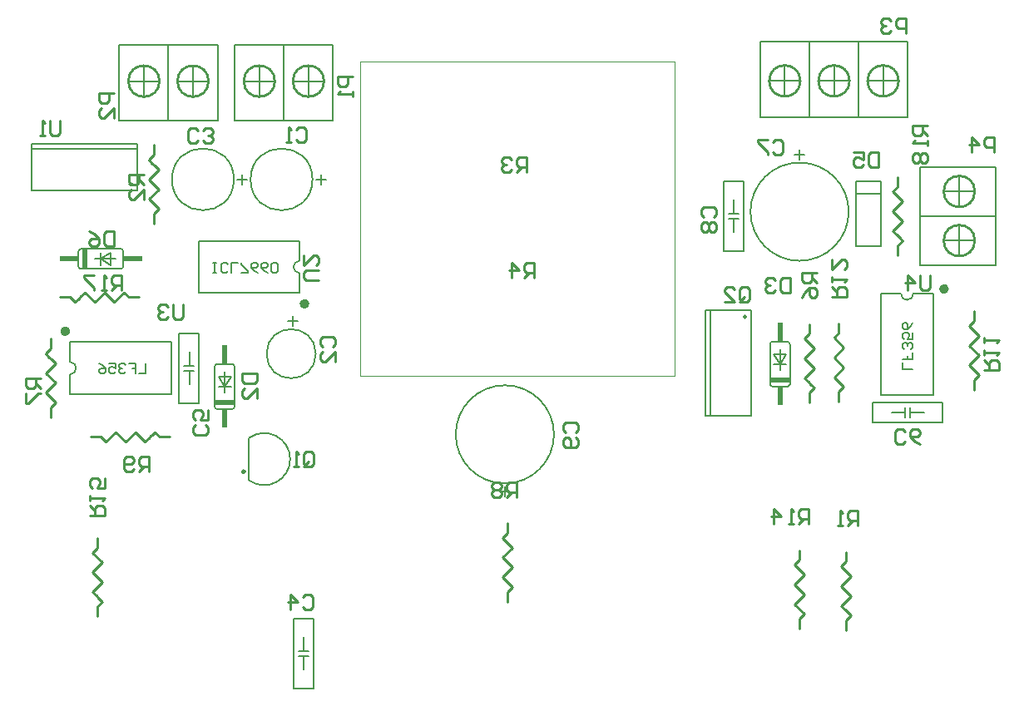
<source format=gbo>
G04*
G04 #@! TF.GenerationSoftware,Altium Limited,Altium Designer,18.0.7 (293)*
G04*
G04 Layer_Color=32896*
%FSLAX43Y43*%
%MOMM*%
G71*
G01*
G75*
%ADD10C,0.203*%
%ADD11C,0.254*%
%ADD12C,0.200*%
%ADD62C,0.250*%
%ADD63C,0.152*%
%ADD64C,0.600*%
%ADD65C,0.100*%
G36*
X12071Y46396D02*
X10166D01*
Y46904D01*
X12071D01*
Y46396D01*
D02*
G37*
G36*
X5594D02*
X3689D01*
Y46904D01*
X5594D01*
Y46396D01*
D02*
G37*
G36*
X6483Y45634D02*
X5975D01*
Y47666D01*
X6483D01*
Y45634D01*
D02*
G37*
G36*
X77254Y38234D02*
X76746D01*
Y40139D01*
X77254D01*
Y38234D01*
D02*
G37*
G36*
X20732Y35944D02*
X20224D01*
Y37849D01*
X20732D01*
Y35944D01*
D02*
G37*
G36*
X78016Y34043D02*
X75984D01*
Y34551D01*
X78016D01*
Y34043D01*
D02*
G37*
G36*
X77254Y31757D02*
X76746D01*
Y33662D01*
X77254D01*
Y31757D01*
D02*
G37*
G36*
X21494Y31753D02*
X19462D01*
Y32261D01*
X21494D01*
Y31753D01*
D02*
G37*
G36*
X20732Y29467D02*
X20224D01*
Y31372D01*
X20732D01*
Y29467D01*
D02*
G37*
D10*
X29750Y37000D02*
G03*
X29750Y37000I-2500J0D01*
G01*
X29420Y54750D02*
G03*
X29420Y54750I-3150J0D01*
G01*
X84000Y51460D02*
G03*
X84000Y51460I-5000J0D01*
G01*
X21420Y54750D02*
G03*
X21420Y54750I-3150J0D01*
G01*
X54000Y28790D02*
G03*
X54000Y28790I-5000J0D01*
G01*
X89305Y43118D02*
G03*
X90575Y43118I635J0D01*
G01*
X28130Y46473D02*
G03*
X28130Y45203I0J-635D01*
G01*
X4727Y34893D02*
G03*
X4727Y36163I0J635D01*
G01*
X72250Y49349D02*
Y50746D01*
X71742D02*
X72758D01*
X71742Y51254D02*
X72758D01*
X72250D02*
Y52651D01*
X71234Y47444D02*
X73266D01*
Y54556D01*
X71234D02*
X73266D01*
X71234Y47444D02*
Y54556D01*
X90254Y31028D02*
X91651D01*
X90254Y30520D02*
Y31536D01*
X89746Y30520D02*
Y31536D01*
X88349Y31028D02*
X89746D01*
X93556Y30012D02*
Y32044D01*
X86444D02*
X93556D01*
X86444Y30012D02*
Y32044D01*
Y30012D02*
X93556D01*
X87290Y43118D02*
X89305D01*
X87290Y32818D02*
Y43118D01*
Y32818D02*
X92590D01*
X90575Y43118D02*
X92590D01*
Y32818D02*
Y43118D01*
X17830Y43188D02*
X28130D01*
Y45203D01*
X17830Y43188D02*
Y48488D01*
X28130D01*
Y46473D02*
Y48488D01*
X16878Y33877D02*
Y35274D01*
X16369D02*
X17385D01*
X16369Y35782D02*
X17385D01*
X16878D02*
Y37179D01*
X15861Y31972D02*
X17893D01*
Y39084D01*
X15861D02*
X17893D01*
X15861Y31972D02*
Y39084D01*
X4727Y32878D02*
Y34893D01*
Y32878D02*
X15027D01*
Y38178D01*
X4727Y36163D02*
Y38178D01*
X15027D01*
X28500Y6754D02*
Y8151D01*
X27992Y6754D02*
X29008D01*
X27992Y6246D02*
X29008D01*
X28500Y4849D02*
Y6246D01*
X27484Y10056D02*
X29516D01*
X27484Y2944D02*
Y10056D01*
Y2944D02*
X29516D01*
Y10056D01*
X27388Y40800D02*
Y39784D01*
X26880Y40292D02*
X27896D01*
X30770Y54712D02*
X29754D01*
X30262Y55220D02*
Y54204D01*
X79000Y57810D02*
Y56794D01*
X78492Y57302D02*
X79508D01*
X22770Y54712D02*
X21754D01*
X22262Y55220D02*
Y54204D01*
X49000Y22440D02*
Y23456D01*
X49508Y22948D02*
X48492D01*
X90456Y35393D02*
X89440D01*
Y36070D01*
X90456Y37086D02*
Y36409D01*
X89948D01*
Y36747D01*
Y36409D01*
X89440D01*
X90286Y37424D02*
X90456Y37594D01*
Y37932D01*
X90286Y38101D01*
X90117D01*
X89948Y37932D01*
Y37763D01*
Y37932D01*
X89779Y38101D01*
X89609D01*
X89440Y37932D01*
Y37594D01*
X89609Y37424D01*
X90456Y39117D02*
Y38440D01*
X89948D01*
X90117Y38778D01*
Y38948D01*
X89948Y39117D01*
X89609D01*
X89440Y38948D01*
Y38609D01*
X89609Y38440D01*
X90456Y40133D02*
X90286Y39794D01*
X89948Y39456D01*
X89609D01*
X89440Y39625D01*
Y39963D01*
X89609Y40133D01*
X89779D01*
X89948Y39963D01*
Y39456D01*
X19280Y45272D02*
X19618D01*
X19449D01*
Y46288D01*
X19280D01*
X19618D01*
X20803Y45442D02*
X20634Y45272D01*
X20296D01*
X20126Y45442D01*
Y46119D01*
X20296Y46288D01*
X20634D01*
X20803Y46119D01*
X21142Y45272D02*
Y46288D01*
X21819D01*
X22158Y45272D02*
X22835D01*
Y45442D01*
X22158Y46119D01*
Y46288D01*
X23850Y45272D02*
X23512Y45442D01*
X23173Y45780D01*
Y46119D01*
X23343Y46288D01*
X23681D01*
X23850Y46119D01*
Y45949D01*
X23681Y45780D01*
X23173D01*
X24866Y45272D02*
X24528Y45442D01*
X24189Y45780D01*
Y46119D01*
X24358Y46288D01*
X24697D01*
X24866Y46119D01*
Y45949D01*
X24697Y45780D01*
X24189D01*
X25205Y45442D02*
X25374Y45272D01*
X25713D01*
X25882Y45442D01*
Y46119D01*
X25713Y46288D01*
X25374D01*
X25205Y46119D01*
Y45442D01*
X12453Y36044D02*
Y35028D01*
X11775D01*
X10760Y36044D02*
X11437D01*
Y35536D01*
X11098D01*
X11437D01*
Y35028D01*
X10421Y35874D02*
X10252Y36044D01*
X9913D01*
X9744Y35874D01*
Y35705D01*
X9913Y35536D01*
X10083D01*
X9913D01*
X9744Y35367D01*
Y35197D01*
X9913Y35028D01*
X10252D01*
X10421Y35197D01*
X8728Y36044D02*
X9405D01*
Y35536D01*
X9067Y35705D01*
X8898D01*
X8728Y35536D01*
Y35197D01*
X8898Y35028D01*
X9236D01*
X9405Y35197D01*
X7713Y36044D02*
X8051Y35874D01*
X8390Y35536D01*
Y35197D01*
X8221Y35028D01*
X7882D01*
X7713Y35197D01*
Y35367D01*
X7882Y35536D01*
X8390D01*
D11*
X18841Y64750D02*
G03*
X18841Y64750I-1581J0D01*
G01*
X13841D02*
G03*
X13841Y64750I-1581J0D01*
G01*
X30591D02*
G03*
X30591Y64750I-1581J0D01*
G01*
X25591D02*
G03*
X25591Y64750I-1581J0D01*
G01*
X22564Y25000D02*
G03*
X22564Y25000I-164J0D01*
G01*
X79072Y64778D02*
G03*
X79072Y64778I-1581J0D01*
G01*
X84081D02*
G03*
X84081Y64778I-1581J0D01*
G01*
X89081D02*
G03*
X89081Y64778I-1581J0D01*
G01*
X96831Y53519D02*
G03*
X96831Y53519I-1581J0D01*
G01*
Y48519D02*
G03*
X96831Y48519I-1581J0D01*
G01*
X13250Y57250D02*
Y58250D01*
X12750Y56750D02*
X13250Y57250D01*
X13750Y55750D02*
Y55750D01*
X12750Y54750D02*
X13750Y55750D01*
X12750Y54750D02*
X13750Y53750D01*
Y53750D02*
Y53750D01*
X12750Y52750D02*
X13750Y53750D01*
X12750Y52750D02*
Y52750D01*
Y52750D02*
X13750Y51750D01*
X13250Y51250D02*
X13750Y51750D01*
X13250Y50250D02*
Y51250D01*
X12750Y56750D02*
X13050Y56450D01*
X13150Y56350D01*
X13350Y56150D02*
X13750Y55750D01*
X13350Y56150D02*
Y56150D01*
X13150Y56350D02*
X13350Y56150D01*
X89000Y47000D02*
Y48000D01*
X89500Y48500D01*
X88500Y49500D02*
Y49500D01*
X89500Y50500D01*
X88500Y51500D02*
X89500Y50500D01*
X88500Y51500D02*
Y51500D01*
X89500Y52500D01*
Y52500D01*
X88500Y53500D02*
X89500Y52500D01*
X88500Y53500D02*
X89000Y54000D01*
Y55000D01*
X89200Y48800D02*
X89500Y48500D01*
X89100Y48900D02*
X89200Y48800D01*
X88500Y49500D02*
X88900Y49100D01*
Y49100D02*
Y49100D01*
Y49100D02*
X89100Y48900D01*
X13878Y28528D02*
X14878D01*
X13378Y29028D02*
X13878Y28528D01*
X12377Y28028D02*
X12378D01*
X11378Y29028D02*
X12377Y28028D01*
X10378D02*
X11378Y29028D01*
X10378Y28028D02*
X10378D01*
X9378Y29028D02*
X10378Y28028D01*
X9377Y29028D02*
X9378D01*
X8378Y28028D02*
X9377Y29028D01*
X7878Y28528D02*
X8378Y28028D01*
X6878Y28528D02*
X7878D01*
X13078Y28728D02*
X13378Y29028D01*
X12978Y28628D02*
X13078Y28728D01*
X12378Y28028D02*
X12778Y28428D01*
X12778D01*
X12978Y28628D01*
X80000Y32028D02*
Y33028D01*
X80500Y33528D01*
X79500Y34528D02*
Y34528D01*
X80500Y35528D01*
X79500Y36528D02*
X80500Y35528D01*
X79500Y36528D02*
Y36528D01*
X80500Y37528D01*
Y37528D01*
X79500Y38528D02*
X80500Y37528D01*
X79500Y38528D02*
X80000Y39028D01*
Y40028D01*
X80200Y33828D02*
X80500Y33528D01*
X80100Y33928D02*
X80200Y33828D01*
X79500Y34528D02*
X79900Y34128D01*
Y34128D02*
Y34128D01*
Y34128D02*
X80100Y33928D01*
X83000Y32108D02*
Y33108D01*
X83500Y33608D01*
X82500Y34608D02*
Y34608D01*
X83500Y35608D01*
X82500Y36608D02*
X83500Y35608D01*
X82500Y36608D02*
Y36608D01*
X83500Y37608D01*
Y37608D01*
X82500Y38608D02*
X83500Y37608D01*
X82500Y38608D02*
X83000Y39108D01*
Y40108D01*
X83200Y33908D02*
X83500Y33608D01*
X83100Y34008D02*
X83200Y33908D01*
X82500Y34608D02*
X82900Y34208D01*
Y34208D02*
Y34208D01*
Y34208D02*
X83100Y34008D01*
X96650Y35430D02*
X96850Y35230D01*
X96650Y35430D02*
Y35430D01*
X96250Y35830D02*
X96650Y35430D01*
X96850Y35230D02*
X96950Y35130D01*
X97250Y34830D01*
X96750Y40330D02*
Y41330D01*
X96250Y39830D02*
X96750Y40330D01*
X96250Y39830D02*
X97250Y38830D01*
Y38830D02*
Y38830D01*
X96250Y37830D02*
X97250Y38830D01*
X96250Y37830D02*
Y37830D01*
Y37830D02*
X97250Y36830D01*
X96250Y35830D02*
X97250Y36830D01*
X96250Y35830D02*
Y35830D01*
X96750Y34330D02*
X97250Y34830D01*
X96750Y33330D02*
Y34330D01*
X2650Y36628D02*
X2850Y36428D01*
Y36428D02*
Y36428D01*
Y36428D02*
X3250Y36028D01*
X2550Y36728D02*
X2650Y36628D01*
X2250Y37028D02*
X2550Y36728D01*
X2750Y30528D02*
Y31528D01*
X3250Y32028D01*
X2250Y33028D02*
X3250Y32028D01*
X2250Y33028D02*
Y33028D01*
X3250Y34028D01*
Y34028D01*
X2250Y35028D02*
X3250Y34028D01*
X2250Y35028D02*
X3250Y36028D01*
Y36028D01*
X2250Y37028D02*
X2750Y37528D01*
Y38528D01*
X5650Y42650D02*
X5850Y42850D01*
X5850D01*
X6250Y43250D01*
X5550Y42550D02*
X5650Y42650D01*
X5250Y42250D02*
X5550Y42550D01*
X10750Y42750D02*
X11750D01*
X10250Y43250D02*
X10750Y42750D01*
X9250Y42250D02*
X10250Y43250D01*
X9250Y42250D02*
X9250D01*
X8250Y43250D02*
X9250Y42250D01*
X8250Y43250D02*
X8250D01*
X7250Y42250D02*
X8250Y43250D01*
X6250D02*
X7250Y42250D01*
X6250Y43250D02*
X6250D01*
X4750Y42750D02*
X5250Y42250D01*
X3750Y42750D02*
X4750D01*
X49150Y17850D02*
X49350Y17650D01*
Y17650D02*
Y17650D01*
Y17650D02*
X49750Y17250D01*
X49050Y17950D02*
X49150Y17850D01*
X48750Y18250D02*
X49050Y17950D01*
X49250Y11750D02*
Y12750D01*
X49750Y13250D01*
X48750Y14250D02*
X49750Y13250D01*
X48750Y14250D02*
Y14250D01*
X49750Y15250D01*
Y15250D01*
X48750Y16250D02*
X49750Y15250D01*
X48750Y16250D02*
X49750Y17250D01*
Y17250D01*
X48750Y18250D02*
X49250Y18750D01*
Y19750D01*
X83650Y10930D02*
X83850Y10730D01*
X83650Y10930D02*
Y10930D01*
X83250Y11330D02*
X83650Y10930D01*
X83850Y10730D02*
X83950Y10630D01*
X84250Y10330D01*
X83750Y15830D02*
Y16830D01*
X83250Y15330D02*
X83750Y15830D01*
X83250Y15330D02*
X84250Y14330D01*
Y14330D02*
Y14330D01*
X83250Y13330D02*
X84250Y14330D01*
X83250Y13330D02*
Y13330D01*
Y13330D02*
X84250Y12330D01*
X83250Y11330D02*
X84250Y12330D01*
X83250Y11330D02*
Y11330D01*
X83750Y9830D02*
X84250Y10330D01*
X83750Y8830D02*
Y9830D01*
X78900Y15100D02*
X79100Y14900D01*
Y14900D02*
Y14900D01*
Y14900D02*
X79500Y14500D01*
X78800Y15200D02*
X78900Y15100D01*
X78500Y15500D02*
X78800Y15200D01*
X79000Y9000D02*
Y10000D01*
X79500Y10500D01*
X78500Y11500D02*
X79500Y10500D01*
X78500Y11500D02*
Y11500D01*
X79500Y12500D01*
Y12500D01*
X78500Y13500D02*
X79500Y12500D01*
X78500Y13500D02*
X79500Y14500D01*
Y14500D01*
X78500Y15500D02*
X79000Y16000D01*
Y17000D01*
X7400Y12350D02*
X7600Y12150D01*
X7400Y12350D02*
Y12350D01*
X7000Y12750D02*
X7400Y12350D01*
X7600Y12150D02*
X7700Y12050D01*
X8000Y11750D01*
X7500Y17250D02*
Y18250D01*
X7000Y16750D02*
X7500Y17250D01*
X7000Y16750D02*
X8000Y15750D01*
Y15750D02*
Y15750D01*
X7000Y14750D02*
X8000Y15750D01*
X7000Y14750D02*
Y14750D01*
Y14750D02*
X8000Y13750D01*
X7000Y12750D02*
X8000Y13750D01*
X7000Y12750D02*
Y12750D01*
X7500Y11250D02*
X8000Y11750D01*
X7500Y10250D02*
Y11250D01*
X3750Y60774D02*
Y59504D01*
X3496Y59250D01*
X2988D01*
X2734Y59504D01*
Y60774D01*
X2226Y59250D02*
X1719D01*
X1973D01*
Y60774D01*
X2226Y60520D01*
X89844Y69632D02*
Y71155D01*
X89082D01*
X88828Y70901D01*
Y70393D01*
X89082Y70139D01*
X89844D01*
X88320Y70901D02*
X88066Y71155D01*
X87559D01*
X87305Y70901D01*
Y70647D01*
X87559Y70393D01*
X87812D01*
X87559D01*
X87305Y70139D01*
Y69886D01*
X87559Y69632D01*
X88066D01*
X88320Y69886D01*
X12278Y55250D02*
X10754D01*
Y54488D01*
X11008Y54234D01*
X11516D01*
X11770Y54488D01*
Y55250D01*
Y54742D02*
X12278Y54234D01*
Y52711D02*
Y53726D01*
X11262Y52711D01*
X11008D01*
X10754Y52965D01*
Y53473D01*
X11008Y53726D01*
X98797Y57484D02*
Y59008D01*
X98035D01*
X97781Y58754D01*
Y58246D01*
X98035Y57992D01*
X98797D01*
X96512Y57484D02*
Y59008D01*
X97273Y58246D01*
X96258D01*
X9250Y49496D02*
Y47972D01*
X8488D01*
X8234Y48226D01*
Y49242D01*
X8488Y49496D01*
X9250D01*
X6711D02*
X7219Y49242D01*
X7726Y48734D01*
Y48226D01*
X7473Y47972D01*
X6965D01*
X6711Y48226D01*
Y48480D01*
X6965Y48734D01*
X7726D01*
X55230Y28984D02*
X54976Y29238D01*
Y29746D01*
X55230Y30000D01*
X56246D01*
X56500Y29746D01*
Y29238D01*
X56246Y28984D01*
Y28476D02*
X56500Y28223D01*
Y27715D01*
X56246Y27461D01*
X55230D01*
X54976Y27715D01*
Y28223D01*
X55230Y28476D01*
X55484D01*
X55738Y28223D01*
Y27461D01*
X92250Y45024D02*
Y43754D01*
X91996Y43500D01*
X91488D01*
X91234Y43754D01*
Y45024D01*
X89965Y43500D02*
Y45024D01*
X90726Y44262D01*
X89711D01*
X16250Y42024D02*
Y40754D01*
X15996Y40500D01*
X15488D01*
X15234Y40754D01*
Y42024D01*
X14726Y41770D02*
X14473Y42024D01*
X13965D01*
X13711Y41770D01*
Y41516D01*
X13965Y41262D01*
X14219D01*
X13965D01*
X13711Y41008D01*
Y40754D01*
X13965Y40500D01*
X14473D01*
X14726Y40754D01*
X30024Y44500D02*
X28754D01*
X28500Y44754D01*
Y45262D01*
X28754Y45516D01*
X30024D01*
X28500Y47039D02*
Y46024D01*
X29516Y47039D01*
X29770D01*
X30024Y46785D01*
Y46277D01*
X29770Y46024D01*
X92000Y60222D02*
X90477D01*
Y59460D01*
X90730Y59206D01*
X91238D01*
X91492Y59460D01*
Y60222D01*
Y59714D02*
X92000Y59206D01*
Y58698D02*
Y58191D01*
Y58445D01*
X90477D01*
X90730Y58698D01*
Y57429D02*
X90477Y57175D01*
Y56667D01*
X90730Y56413D01*
X90984D01*
X91238Y56667D01*
X91492Y56413D01*
X91746D01*
X92000Y56667D01*
Y57175D01*
X91746Y57429D01*
X91492D01*
X91238Y57175D01*
X90984Y57429D01*
X90730D01*
X91238Y57175D02*
Y56667D01*
X10000Y43500D02*
Y45024D01*
X9238D01*
X8984Y44770D01*
Y44262D01*
X9238Y44008D01*
X10000D01*
X9492D02*
X8984Y43500D01*
X8476D02*
X7969D01*
X8223D01*
Y45024D01*
X8476Y44770D01*
X7207Y45024D02*
X6191D01*
Y44770D01*
X7207Y43754D01*
Y43500D01*
X6750Y20500D02*
X8274D01*
Y21262D01*
X8020Y21516D01*
X7512D01*
X7258Y21262D01*
Y20500D01*
Y21008D02*
X6750Y21516D01*
Y22024D02*
Y22531D01*
Y22277D01*
X8274D01*
X8020Y22024D01*
X8274Y24309D02*
Y23293D01*
X7512D01*
X7766Y23801D01*
Y24055D01*
X7512Y24309D01*
X7004D01*
X6750Y24055D01*
Y23547D01*
X7004Y23293D01*
X79948Y19644D02*
Y21167D01*
X79186D01*
X78932Y20913D01*
Y20405D01*
X79186Y20151D01*
X79948D01*
X79440D02*
X78932Y19644D01*
X78424D02*
X77917D01*
X78171D01*
Y21167D01*
X78424Y20913D01*
X76393Y19644D02*
Y21167D01*
X77155Y20405D01*
X76139D01*
X82250Y42750D02*
X83774D01*
Y43512D01*
X83520Y43766D01*
X83012D01*
X82758Y43512D01*
Y42750D01*
Y43258D02*
X82250Y43766D01*
Y44274D02*
Y44781D01*
Y44527D01*
X83774D01*
X83520Y44274D01*
X82250Y46559D02*
Y45543D01*
X83266Y46559D01*
X83520D01*
X83774Y46305D01*
Y45797D01*
X83520Y45543D01*
X97750Y35330D02*
X99274D01*
Y36092D01*
X99020Y36346D01*
X98512D01*
X98258Y36092D01*
Y35330D01*
Y35838D02*
X97750Y36346D01*
Y36854D02*
Y37361D01*
Y37107D01*
X99274D01*
X99020Y36854D01*
X97750Y38123D02*
Y38631D01*
Y38377D01*
X99274D01*
X99020Y38123D01*
X12750Y25000D02*
Y26524D01*
X11988D01*
X11734Y26270D01*
Y25762D01*
X11988Y25508D01*
X12750D01*
X12242D02*
X11734Y25000D01*
X11226Y25254D02*
X10973Y25000D01*
X10465D01*
X10211Y25254D01*
Y26270D01*
X10465Y26524D01*
X10973D01*
X11226Y26270D01*
Y26016D01*
X10973Y25762D01*
X10211D01*
X50185Y22400D02*
Y23924D01*
X49423D01*
X49169Y23670D01*
Y23162D01*
X49423Y22908D01*
X50185D01*
X49677D02*
X49169Y22400D01*
X48661Y23670D02*
X48407Y23924D01*
X47899D01*
X47645Y23670D01*
Y23416D01*
X47899Y23162D01*
X47645Y22908D01*
Y22654D01*
X47899Y22400D01*
X48407D01*
X48661Y22654D01*
Y22908D01*
X48407Y23162D01*
X48661Y23416D01*
Y23670D01*
X48407Y23162D02*
X47899D01*
X1750Y34528D02*
X226D01*
Y33766D01*
X480Y33512D01*
X988D01*
X1242Y33766D01*
Y34528D01*
Y34020D02*
X1750Y33512D01*
X226Y33004D02*
Y31989D01*
X480D01*
X1496Y33004D01*
X1750D01*
X80750Y45250D02*
X79226D01*
Y44488D01*
X79480Y44234D01*
X79988D01*
X80242Y44488D01*
Y45250D01*
Y44742D02*
X80750Y44234D01*
X79226Y42711D02*
X79480Y43219D01*
X79988Y43726D01*
X80496D01*
X80750Y43473D01*
Y42965D01*
X80496Y42711D01*
X80242D01*
X79988Y42965D01*
Y43726D01*
X52000Y44722D02*
Y46246D01*
X51238D01*
X50984Y45992D01*
Y45484D01*
X51238Y45230D01*
X52000D01*
X51492D02*
X50984Y44722D01*
X49715D02*
Y46246D01*
X50477Y45484D01*
X49461D01*
X51250Y55500D02*
Y57024D01*
X50488D01*
X50234Y56770D01*
Y56262D01*
X50488Y56008D01*
X51250D01*
X50742D02*
X50234Y55500D01*
X49726Y56770D02*
X49473Y57024D01*
X48965D01*
X48711Y56770D01*
Y56516D01*
X48965Y56262D01*
X49219D01*
X48965D01*
X48711Y56008D01*
Y55754D01*
X48965Y55500D01*
X49473D01*
X49726Y55754D01*
X84899Y19467D02*
Y20991D01*
X84137D01*
X83884Y20737D01*
Y20229D01*
X84137Y19975D01*
X84899D01*
X84391D02*
X83884Y19467D01*
X83376D02*
X82868D01*
X83122D01*
Y20991D01*
X83376Y20737D01*
X72926Y42531D02*
Y43547D01*
X73179Y43801D01*
X73687D01*
X73941Y43547D01*
Y42531D01*
X73687Y42277D01*
X73179D01*
X73433Y42785D02*
X72926Y42277D01*
X73179D02*
X72926Y42531D01*
X71402Y42277D02*
X72418D01*
X71402Y43293D01*
Y43547D01*
X71656Y43801D01*
X72164D01*
X72418Y43547D01*
X28484Y25794D02*
Y26810D01*
X28738Y27064D01*
X29246D01*
X29500Y26810D01*
Y25794D01*
X29246Y25540D01*
X28738D01*
X28992Y26048D02*
X28484Y25540D01*
X28738D02*
X28484Y25794D01*
X27976Y25540D02*
X27469D01*
X27723D01*
Y27064D01*
X27976Y26810D01*
X9250Y63500D02*
X7726D01*
Y62738D01*
X7980Y62484D01*
X8488D01*
X8742Y62738D01*
Y63500D01*
X9250Y60961D02*
Y61976D01*
X8234Y60961D01*
X7980D01*
X7726Y61215D01*
Y61723D01*
X7980Y61976D01*
X33500Y65250D02*
X31976D01*
Y64488D01*
X32230Y64234D01*
X32738D01*
X32992Y64488D01*
Y65250D01*
X33500Y63726D02*
Y63219D01*
Y63473D01*
X31976D01*
X32230Y63726D01*
X87000Y57524D02*
Y56000D01*
X86238D01*
X85984Y56254D01*
Y57270D01*
X86238Y57524D01*
X87000D01*
X84461D02*
X85476D01*
Y56762D01*
X84969Y57016D01*
X84715D01*
X84461Y56762D01*
Y56254D01*
X84715Y56000D01*
X85223D01*
X85476Y56254D01*
X78044Y44726D02*
Y43203D01*
X77282D01*
X77028Y43457D01*
Y44472D01*
X77282Y44726D01*
X78044D01*
X76520Y44472D02*
X76267Y44726D01*
X75759D01*
X75505Y44472D01*
Y44218D01*
X75759Y43964D01*
X76013D01*
X75759D01*
X75505Y43710D01*
Y43457D01*
X75759Y43203D01*
X76267D01*
X76520Y43457D01*
X22226Y35000D02*
X23750D01*
Y34238D01*
X23496Y33984D01*
X22480D01*
X22226Y34238D01*
Y35000D01*
X23750Y32461D02*
Y33476D01*
X22734Y32461D01*
X22480D01*
X22226Y32715D01*
Y33223D01*
X22480Y33476D01*
X69230Y50956D02*
X68977Y51210D01*
Y51718D01*
X69230Y51972D01*
X70246D01*
X70500Y51718D01*
Y51210D01*
X70246Y50956D01*
X69230Y50448D02*
X68977Y50195D01*
Y49687D01*
X69230Y49433D01*
X69484D01*
X69738Y49687D01*
X69992Y49433D01*
X70246D01*
X70500Y49687D01*
Y50195D01*
X70246Y50448D01*
X69992D01*
X69738Y50195D01*
X69484Y50448D01*
X69230D01*
X69738Y50195D02*
Y49687D01*
X76234Y58520D02*
X76488Y58774D01*
X76996D01*
X77250Y58520D01*
Y57504D01*
X76996Y57250D01*
X76488D01*
X76234Y57504D01*
X75726Y58774D02*
X74711D01*
Y58520D01*
X75726Y57504D01*
Y57250D01*
X89713Y28067D02*
X89459Y27813D01*
X88951D01*
X88697Y28067D01*
Y29083D01*
X88951Y29337D01*
X89459D01*
X89713Y29083D01*
X91236Y27813D02*
X90728Y28067D01*
X90221Y28575D01*
Y29083D01*
X90474Y29337D01*
X90982D01*
X91236Y29083D01*
Y28829D01*
X90982Y28575D01*
X90221D01*
X18520Y29766D02*
X18774Y29512D01*
Y29004D01*
X18520Y28750D01*
X17504D01*
X17250Y29004D01*
Y29512D01*
X17504Y29766D01*
X18774Y31289D02*
Y30274D01*
X18012D01*
X18266Y30781D01*
Y31035D01*
X18012Y31289D01*
X17504D01*
X17250Y31035D01*
Y30527D01*
X17504Y30274D01*
X28456Y12197D02*
X28709Y12451D01*
X29217D01*
X29471Y12197D01*
Y11181D01*
X29217Y10927D01*
X28709D01*
X28456Y11181D01*
X27186Y10927D02*
Y12451D01*
X27948Y11689D01*
X26932D01*
X17766Y58730D02*
X17512Y58476D01*
X17004D01*
X16750Y58730D01*
Y59746D01*
X17004Y60000D01*
X17512D01*
X17766Y59746D01*
X18274Y58730D02*
X18527Y58476D01*
X19035D01*
X19289Y58730D01*
Y58984D01*
X19035Y59238D01*
X18781D01*
X19035D01*
X19289Y59492D01*
Y59746D01*
X19035Y60000D01*
X18527D01*
X18274Y59746D01*
X30508Y37718D02*
X30254Y37972D01*
Y38480D01*
X30508Y38734D01*
X31524D01*
X31778Y38480D01*
Y37972D01*
X31524Y37718D01*
X31778Y36195D02*
Y37210D01*
X30762Y36195D01*
X30508D01*
X30254Y36449D01*
Y36957D01*
X30508Y37210D01*
X27774Y59770D02*
X28028Y60024D01*
X28536D01*
X28790Y59770D01*
Y58754D01*
X28536Y58500D01*
X28028D01*
X27774Y58754D01*
X27266Y58500D02*
X26759D01*
X27013D01*
Y60024D01*
X27266Y59770D01*
D12*
X22980Y24099D02*
G03*
X22980Y28441I1520J2171D01*
G01*
X860Y57850D02*
X11560D01*
X860Y58350D02*
X11560D01*
X860Y53650D02*
X11560D01*
Y58350D01*
X860Y53650D02*
Y58350D01*
X17259Y63150D02*
Y66350D01*
X15659Y64750D02*
X18841D01*
X10659D02*
X13841D01*
X12259Y63150D02*
Y66350D01*
X14759Y60750D02*
Y68450D01*
X19759Y60750D02*
Y68450D01*
X9759Y60750D02*
X19759D01*
X9759D02*
Y68450D01*
X19759D01*
X29009Y63150D02*
Y66350D01*
X27409Y64750D02*
X30591D01*
X22409D02*
X25591D01*
X24009Y63150D02*
Y66350D01*
X26509Y60750D02*
Y68450D01*
X31509Y60750D02*
Y68450D01*
X21509Y60750D02*
X31509D01*
X21509D02*
Y68450D01*
X31509D01*
X84730Y53282D02*
X87270D01*
Y47948D02*
Y54552D01*
X84730D02*
X87270D01*
X84730Y47948D02*
Y54552D01*
Y47948D02*
X87270D01*
X22950Y24170D02*
Y28370D01*
X75909Y64778D02*
X79091D01*
X77491Y63178D02*
Y66378D01*
X75000Y61078D02*
Y68778D01*
Y61078D02*
X80000D01*
X90000D01*
X80000D02*
Y68778D01*
X82500Y63178D02*
Y66378D01*
X80919Y64778D02*
X84100D01*
X85919D02*
X89100D01*
X87500Y63178D02*
Y66378D01*
X85000Y61078D02*
Y68778D01*
X80000D02*
X90000D01*
Y61078D02*
Y68778D01*
X75000D02*
X80000D01*
X69900Y30718D02*
Y41418D01*
X69400Y30718D02*
Y41418D01*
X74100Y30718D02*
Y41418D01*
X69400D02*
X74100D01*
X69400Y30718D02*
X74100D01*
X98950Y46019D02*
Y56019D01*
X91250D02*
X98950D01*
X91250Y46019D02*
Y56019D01*
Y46019D02*
X98950D01*
X91250Y51019D02*
X98950D01*
X93650Y53519D02*
X96850D01*
X95250Y51937D02*
Y55119D01*
Y46937D02*
Y50119D01*
X93650Y48519D02*
X96850D01*
D62*
X11035Y54300D02*
G03*
X11035Y54300I-125J0D01*
G01*
X73575Y40768D02*
G03*
X73575Y40768I-125J0D01*
G01*
D63*
X21494Y35690D02*
G03*
X21240Y35944I-254J0D01*
G01*
Y31372D02*
G03*
X21494Y31626I0J254D01*
G01*
X19462D02*
G03*
X19716Y31372I254J0D01*
G01*
Y35944D02*
G03*
X19462Y35690I0J-254D01*
G01*
X9912Y45634D02*
G03*
X10166Y45888I0J254D01*
G01*
X5594D02*
G03*
X5848Y45634I254J0D01*
G01*
Y47666D02*
G03*
X5594Y47412I0J-254D01*
G01*
X10166D02*
G03*
X9912Y47666I-254J0D01*
G01*
X76238Y38234D02*
G03*
X75984Y37980I0J-254D01*
G01*
Y33916D02*
G03*
X76238Y33662I254J0D01*
G01*
X77762D02*
G03*
X78016Y33916I0J254D01*
G01*
Y37980D02*
G03*
X77762Y38234I-254J0D01*
G01*
X20478Y33023D02*
Y33658D01*
X19843Y34674D02*
X21113D01*
X19843D02*
X20478Y33658D01*
Y35182D01*
Y33658D02*
X21113Y34674D01*
X20478Y33658D02*
X21113D01*
X19843D02*
X20478D01*
X19716Y35944D02*
X21240D01*
X19716Y31372D02*
X21240D01*
X21494Y31626D02*
Y35690D01*
X19462Y31626D02*
Y35690D01*
X7245Y46650D02*
X7880D01*
X8896Y46015D02*
Y47285D01*
X7880Y46650D02*
X8896Y47285D01*
X7880Y46650D02*
X9404D01*
X7880D02*
X8896Y46015D01*
X7880D02*
Y46650D01*
Y47285D01*
X10166Y45888D02*
Y47412D01*
X5594Y45888D02*
Y47412D01*
X5848Y45634D02*
X9912D01*
X5848Y47666D02*
X9912D01*
X75984Y33916D02*
Y37980D01*
X78016Y33916D02*
Y37980D01*
X76238Y33662D02*
X77762D01*
X76238Y38234D02*
X77762D01*
X76365Y35948D02*
X77000D01*
X77635D01*
X77000D02*
X77635Y36964D01*
X77000Y35948D02*
Y37472D01*
X76365Y36964D02*
X77000Y35948D01*
X76365Y36964D02*
X77635D01*
X77000Y35313D02*
Y35948D01*
D64*
X93890Y43593D02*
G03*
X93890Y43593I-200J0D01*
G01*
X28805Y42088D02*
G03*
X28805Y42088I-200J0D01*
G01*
X4453Y39278D02*
G03*
X4453Y39278I-200J0D01*
G01*
D65*
X34250Y34778D02*
Y66778D01*
X66250D01*
X34250Y34778D02*
X66250D01*
X66250D02*
Y66778D01*
M02*

</source>
